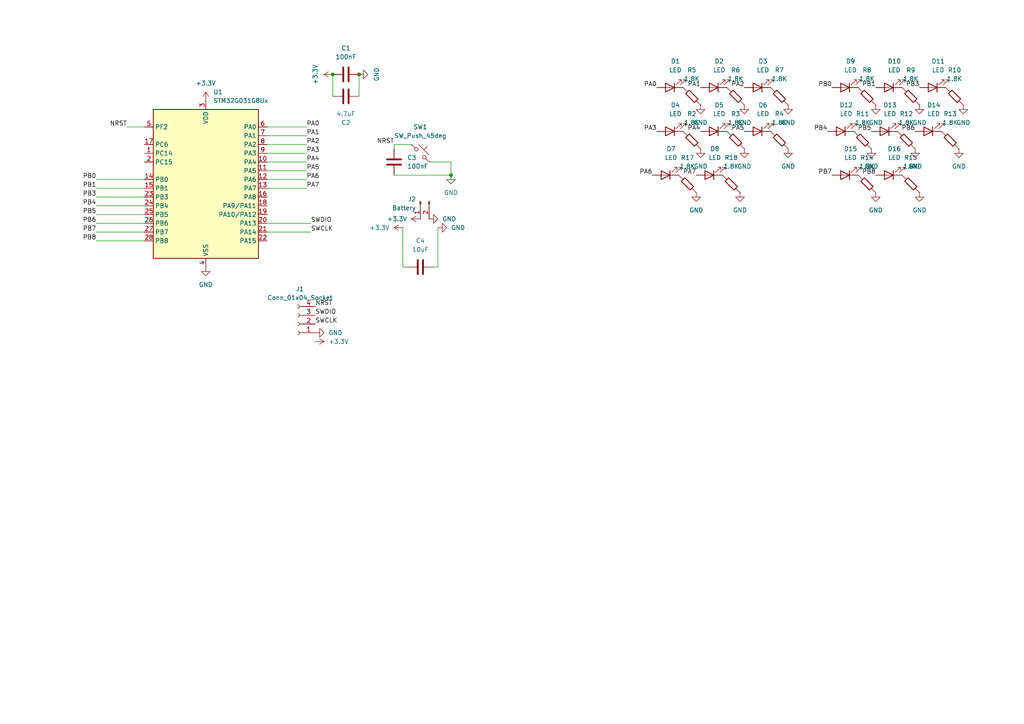
<source format=kicad_sch>
(kicad_sch (version 20250114) (generator "eeschema") (generator_version "9.0")
  (paper "A4")
  (lib_symbols
    (symbol "Connector:Conn_01x02_Pin" (pin_names (offset 1.016) (hide yes))
      (property "Reference" "J" (at 0 2.54 0))
      (property "Value" "Conn_01x02_Pin" (at 0 -5.08 0))
      (symbol "Conn_01x02_Pin_1_1"
        (rectangle (start 0.8636 0.127) (end 0 -0.127) (stroke (width 0.1524)) (fill (type outline)))
        (rectangle (start 0.8636 -2.413) (end 0 -2.667) (stroke (width 0.1524)) (fill (type outline)))
        (polyline (pts (xy 1.27 0) (xy 0.8636 0)) (stroke (width 0.1524)))
        (polyline (pts (xy 1.27 -2.54) (xy 0.8636 -2.54)) (stroke (width 0.1524)))
        (pin passive line (at 5.08 0 180) (length 3.81) (name "Pin_1") (number "1"))
        (pin passive line (at 5.08 -2.54 180) (length 3.81) (name "Pin_2") (number "2"))
      )
    )
    (symbol "Connector:Conn_01x04_Socket" (pin_names (offset 1.016) (hide yes))
      (property "Reference" "J" (at 0 5.08 0))
      (property "Value" "Conn_01x04_Socket" (at 0 -7.62 0))
      (symbol "Conn_01x04_Socket_1_1"
        (polyline (pts (xy -1.27 2.54) (xy -0.508 2.54)) (stroke (width 0.1524)))
        (polyline (pts (xy -1.27 0) (xy -0.508 0)) (stroke (width 0.1524)))
        (polyline (pts (xy -1.27 -2.54) (xy -0.508 -2.54)) (stroke (width 0.1524)))
        (polyline (pts (xy -1.27 -5.08) (xy -0.508 -5.08)) (stroke (width 0.1524)))
        (arc (start 0 2.032) (mid -0.5058 2.54) (end 0 3.048) (stroke (width 0.1524)))
        (arc (start 0 -0.508) (mid -0.5058 0) (end 0 0.508) (stroke (width 0.1524)))
        (arc (start 0 -3.048) (mid -0.5058 -2.54) (end 0 -2.032) (stroke (width 0.1524)))
        (arc (start 0 -5.588) (mid -0.5058 -5.08) (end 0 -4.572) (stroke (width 0.1524)))
        (pin passive line (at -5.08 2.54 0) (length 3.81) (name "Pin_1") (number "1"))
        (pin passive line (at -5.08 0 0) (length 3.81) (name "Pin_2") (number "2"))
        (pin passive line (at -5.08 -2.54 0) (length 3.81) (name "Pin_3") (number "3"))
        (pin passive line (at -5.08 -5.08 0) (length 3.81) (name "Pin_4") (number "4"))
      )
    )
    (symbol "Device:C" (pin_numbers (hide yes)) (pin_names (offset 0.254))
      (property "Reference" "C" (at 0.635 2.54 0))
      (property "Value" "C" (at 0.635 -2.54 0))
      (symbol "C_0_1"
        (polyline (pts (xy -2.032 0.762) (xy 2.032 0.762)) (stroke (width 0.508)))
        (polyline (pts (xy -2.032 -0.762) (xy 2.032 -0.762)) (stroke (width 0.508)))
      )
      (symbol "C_1_1"
        (pin passive line (at 0 3.81 270) (length 2.794) (name "~") (number "1"))
        (pin passive line (at 0 -3.81 90) (length 2.794) (name "~") (number "2"))
      )
    )
    (symbol "Device:LED" (pin_numbers (hide yes)) (pin_names (offset 1.016) (hide yes))
      (property "Reference" "D" (at 0 2.54 0))
      (property "Value" "LED" (at 0 -2.54 0))
      (symbol "LED_0_1"
        (polyline (pts (xy -3.048 -0.762) (xy -4.572 -2.286) (xy -3.81 -2.286) (xy -4.572 -2.286) (xy -4.572 -1.524)))
        (polyline (pts (xy -1.778 -0.762) (xy -3.302 -2.286) (xy -2.54 -2.286) (xy -3.302 -2.286) (xy -3.302 -1.524)))
        (polyline (pts (xy -1.27 0) (xy 1.27 0)))
        (polyline (pts (xy -1.27 -1.27) (xy -1.27 1.27)) (stroke (width 0.254)))
        (polyline (pts (xy 1.27 -1.27) (xy 1.27 1.27) (xy -1.27 0) (xy 1.27 -1.27)) (stroke (width 0.254)))
      )
      (symbol "LED_1_1"
        (pin passive line (at -3.81 0 0) (length 2.54) (name "K") (number "1"))
        (pin passive line (at 3.81 0 180) (length 2.54) (name "A") (number "2"))
      )
    )
    (symbol "Device:R_45deg" (pin_numbers (hide yes)) (pin_names (offset 0))
      (property "Reference" "R" (at 5.08 2.54 0))
      (property "Value" "R_45deg" (at 8.255 0.635 0))
      (symbol "R_45deg_0_1"
        (polyline (pts (xy -2.54 2.54) (xy -1.27 1.27)))
        (polyline (pts (xy 1.27 -1.27) (xy 2.54 -2.54)))
      )
      (symbol "R_45deg_1_1"
        (polyline (pts (xy -1.778 0.762) (xy 0.762 -1.778) (xy 1.778 -0.762) (xy -0.762 1.778) (xy -1.778 0.762)) (stroke (width 0.254)))
        (pin passive line (at -2.54 2.54 0) (length 0) (name "~") (number "1"))
        (pin passive line (at 2.54 -2.54 180) (length 0) (name "~") (number "2"))
      )
    )
    (symbol "MCU_ST_STM32G0:STM32G031G8Ux"
      (property "Reference" "U" (at -15.24 24.13 0))
      (property "Value" "STM32G031G8Ux" (at 2.54 24.13 0))
      (symbol "STM32G031G8Ux_0_1"
        (rectangle (start -15.24 -20.32) (end 15.24 22.86) (stroke (width 0.254)) (fill (type background)))
      )
      (symbol "STM32G031G8Ux_1_1"
        (pin bidirectional line (at -17.78 17.78 0) (length 2.54) (name "PF2") (number "5"))
        (pin bidirectional line (at -17.78 12.7 0) (length 2.54) (name "PC6") (number "17"))
        (pin bidirectional line (at -17.78 10.16 0) (length 2.54) (name "PC14") (number "1"))
        (pin bidirectional line (at -17.78 7.62 0) (length 2.54) (name "PC15") (number "2"))
        (pin bidirectional line (at -17.78 2.54 0) (length 2.54) (name "PB0") (number "14"))
        (pin bidirectional line (at -17.78 0 0) (length 2.54) (name "PB1") (number "15"))
        (pin bidirectional line (at -17.78 -2.54 0) (length 2.54) (name "PB3") (number "23"))
        (pin bidirectional line (at -17.78 -5.08 0) (length 2.54) (name "PB4") (number "24"))
        (pin bidirectional line (at -17.78 -7.62 0) (length 2.54) (name "PB5") (number "25"))
        (pin bidirectional line (at -17.78 -10.16 0) (length 2.54) (name "PB6") (number "26"))
        (pin bidirectional line (at -17.78 -12.7 0) (length 2.54) (name "PB7") (number "27"))
        (pin bidirectional line (at -17.78 -15.24 0) (length 2.54) (name "PB8") (number "28"))
        (pin power_in line (at 0 25.4 270) (length 2.54) (name "VDD") (number "3"))
        (pin power_in line (at 0 -22.86 90) (length 2.54) (name "VSS") (number "4"))
        (pin bidirectional line (at 17.78 17.78 180) (length 2.54) (name "PA0") (number "6"))
        (pin bidirectional line (at 17.78 15.24 180) (length 2.54) (name "PA1") (number "7"))
        (pin bidirectional line (at 17.78 12.7 180) (length 2.54) (name "PA2") (number "8"))
        (pin bidirectional line (at 17.78 10.16 180) (length 2.54) (name "PA3") (number "9"))
        (pin bidirectional line (at 17.78 7.62 180) (length 2.54) (name "PA4") (number "10"))
        (pin bidirectional line (at 17.78 5.08 180) (length 2.54) (name "PA5") (number "11"))
        (pin bidirectional line (at 17.78 2.54 180) (length 2.54) (name "PA6") (number "12"))
        (pin bidirectional line (at 17.78 0 180) (length 2.54) (name "PA7") (number "13"))
        (pin bidirectional line (at 17.78 -2.54 180) (length 2.54) (name "PA8") (number "16"))
        (pin bidirectional line (at 17.78 -5.08 180) (length 2.54) (name "PA9/PA11") (number "18"))
        (pin bidirectional line (at 17.78 -7.62 180) (length 2.54) (name "PA10/PA12") (number "19"))
        (pin bidirectional line (at 17.78 -10.16 180) (length 2.54) (name "PA13") (number "20"))
        (pin bidirectional line (at 17.78 -12.7 180) (length 2.54) (name "PA14") (number "21"))
        (pin bidirectional line (at 17.78 -15.24 180) (length 2.54) (name "PA15") (number "22"))
      )
    )
    (symbol "Switch:SW_Push_45deg" (pin_numbers (hide yes)) (pin_names (offset 1.016) (hide yes))
      (property "Reference" "SW" (at 3.048 1.016 0))
      (property "Value" "SW_Push_45deg" (at 0 -3.81 0))
      (symbol "SW_Push_45deg_0_1"
        (polyline (pts (xy -2.54 2.54) (xy -1.524 1.524) (xy -1.524 1.524)))
        (circle (center -1.1684 1.1684) (radius 0.508))
        (polyline (pts (xy -0.508 2.54) (xy 2.54 -0.508)))
        (polyline (pts (xy 1.016 1.016) (xy 2.032 2.032)))
        (circle (center 1.143 -1.1938) (radius 0.508))
        (polyline (pts (xy 1.524 -1.524) (xy 2.54 -2.54) (xy 2.54 -2.54) (xy 2.54 -2.54)))
        (pin passive line (at -2.54 2.54 0) (length 0) (name "1") (number "1"))
        (pin passive line (at 2.54 -2.54 180) (length 0) (name "2") (number "2"))
      )
    )
    (symbol "power:+3.3V" (power) (pin_numbers (hide yes)) (pin_names (offset 0) (hide yes))
      (property "Value" "+3.3V" (at 0 3.556 0))
      (symbol "+3.3V_0_1"
        (polyline (pts (xy -0.762 1.27) (xy 0 2.54)))
        (polyline (pts (xy 0 2.54) (xy 0.762 1.27)))
        (polyline (pts (xy 0 0) (xy 0 2.54)))
      )
      (symbol "+3.3V_1_1"
        (pin power_in line (at 0 0 90) (length 0) (name "~") (number "1"))
      )
    )
    (symbol "power:GND" (power) (pin_numbers (hide yes)) (pin_names (offset 0) (hide yes))
      (property "Value" "GND" (at 0 -3.81 0))
      (symbol "GND_0_1"
        (polyline (pts (xy 0 0) (xy 0 -1.27) (xy 1.27 -1.27) (xy 0 -2.54) (xy -1.27 -1.27) (xy 0 -1.27)))
      )
      (symbol "GND_1_1"
        (pin power_in line (at 0 0 270) (length 0) (name "~") (number "1"))
      )
    )
  )
  (junction (at 104.14 21.59))
  (junction (at 130.81 50.8))
  (junction (at 96.52 21.59))
  (wire (pts (xy 130.81 46.99) (xy 124.46 46.99)))
  (wire (pts (xy 90.17 67.31) (xy 77.47 67.31)))
  (wire (pts (xy 88.9 39.37) (xy 77.47 39.37)))
  (wire (pts (xy 88.9 54.61) (xy 77.47 54.61)))
  (wire (pts (xy 114.3 43.18) (xy 114.3 41.91)))
  (wire (pts (xy 27.94 67.31) (xy 41.91 67.31)))
  (wire (pts (xy 88.9 44.45) (xy 77.47 44.45)))
  (wire (pts (xy 88.9 52.07) (xy 77.47 52.07)))
  (wire (pts (xy 130.81 50.8) (xy 130.81 46.99)))
  (wire (pts (xy 27.94 64.77) (xy 41.91 64.77)))
  (wire (pts (xy 104.14 21.59) (xy 104.14 27.94)))
  (wire (pts (xy 27.94 52.07) (xy 41.91 52.07)))
  (wire (pts (xy 88.9 49.53) (xy 77.47 49.53)))
  (wire (pts (xy 88.9 46.99) (xy 77.47 46.99)))
  (wire (pts (xy 114.3 50.8) (xy 130.81 50.8)))
  (wire (pts (xy 90.17 64.77) (xy 77.47 64.77)))
  (wire (pts (xy 27.94 54.61) (xy 41.91 54.61)))
  (wire (pts (xy 116.84 66.04) (xy 116.84 77.47)))
  (wire (pts (xy 116.84 77.47) (xy 118.11 77.47)))
  (wire (pts (xy 127 66.04) (xy 127 77.47)))
  (wire (pts (xy 27.94 69.85) (xy 41.91 69.85)))
  (wire (pts (xy 88.9 36.83) (xy 77.47 36.83)))
  (wire (pts (xy 36.83 36.83) (xy 41.91 36.83)))
  (wire (pts (xy 27.94 62.23) (xy 41.91 62.23)))
  (wire (pts (xy 96.52 21.59) (xy 96.52 27.94)))
  (wire (pts (xy 27.94 59.69) (xy 41.91 59.69)))
  (wire (pts (xy 127 77.47) (xy 125.73 77.47)))
  (wire (pts (xy 27.94 57.15) (xy 41.91 57.15)))
  (wire (pts (xy 114.3 41.91) (xy 119.38 41.91)))
  (wire (pts (xy 88.9 41.91) (xy 77.47 41.91)))
  (label "PB4" (at 240.03 38.1 180))
  (label "PB8" (at 254 50.8 180))
  (label "PB1" (at 27.94 54.61 180))
  (label "PB3" (at 27.94 57.15 180))
  (label "PA2" (at 215.9 25.4 180))
  (label "PA0" (at 88.9 36.83 0))
  (label "PA1" (at 203.2 25.4 180))
  (label "SWDIO" (at 91.44 91.44 0))
  (label "PB6" (at 265.43 38.1 180))
  (label "PA1" (at 88.9 39.37 0))
  (label "PA2" (at 88.9 41.91 0))
  (label "PA7" (at 88.9 54.61 0))
  (label "PA3" (at 190.5 38.1 180))
  (label "PA0" (at 190.5 25.4 180))
  (label "NRST" (at 36.83 36.83 180))
  (label "PB3" (at 266.7 25.4 180))
  (label "SWCLK" (at 90.17 67.31 0))
  (label "PB7" (at 241.3 50.8 180))
  (label "PB0" (at 27.94 52.07 180))
  (label "PB8" (at 27.94 69.85 180))
  (label "SWCLK" (at 91.44 93.98 0))
  (label "PA7" (at 201.93 50.8 180))
  (label "PB5" (at 27.94 62.23 180))
  (label "PA5" (at 215.9 38.1 180))
  (label "SWDIO" (at 90.17 64.77 0))
  (label "PA6" (at 189.23 50.8 180))
  (label "PB1" (at 254 25.4 180))
  (label "PB6" (at 27.94 64.77 180))
  (label "PA4" (at 88.9 46.99 0))
  (label "PB4" (at 27.94 59.69 180))
  (label "PA4" (at 203.2 38.1 180))
  (label "PA3" (at 88.9 44.45 0))
  (label "NRST" (at 114.3 41.91 180))
  (label "PB0" (at 241.3 25.4 180))
  (label "PA5" (at 88.9 49.53 0))
  (label "PA6" (at 88.9 52.07 0))
  (label "NRST" (at 91.44 88.9 0))
  (label "PB5" (at 252.73 38.1 180))
  (label "PB7" (at 27.94 67.31 180))
  (symbol (lib_id "Device:LED") (at 193.04 50.8 180) (unit 1)
    (property "Reference" "D7" (at 194.6275 43.18 0))
    (property "Value" "LED" (at 194.6275 45.72 0))
    (property "Footprint" "LED_SMD:LED_0603_1608Metric" (effects (hide yes)))
    (property "Description" "Light emitting diode" (effects (hide yes)))
    (property "Sim.Pins" "1=K 2=A" (effects (hide yes)))
  )
  (symbol (lib_id "power:GND") (at 252.73 43.18 0) (unit 1)
    (property "Reference" "#PWR018" (effects (hide yes)))
    (property "Value" "GND" (at 252.73 48.26 0))
    (property "Description" "Power symbol creates a global label with name \"GND\" , ground" (effects (hide yes)))
  )
  (symbol (lib_id "power:GND") (at 104.14 21.59 90) (unit 1)
    (property "Reference" "#PWR04" (effects (hide yes)))
    (property "Value" "GND" (at 109.22 21.59 0))
    (property "Description" "Power symbol creates a global label with name \"GND\" , ground" (effects (hide yes)))
  )
  (symbol (lib_id "Device:LED") (at 245.11 25.4 180) (unit 1)
    (property "Reference" "D9" (at 246.6975 17.78 0))
    (property "Value" "LED" (at 246.6975 20.32 0))
    (property "Footprint" "LED_SMD:LED_0603_1608Metric" (effects (hide yes)))
    (property "Description" "Light emitting diode" (effects (hide yes)))
    (property "Sim.Pins" "1=K 2=A" (effects (hide yes)))
  )
  (symbol (lib_id "power:GND") (at 266.7 30.48 0) (unit 1)
    (property "Reference" "#PWR016" (effects (hide yes)))
    (property "Value" "GND" (at 266.7 35.56 0))
    (property "Description" "Power symbol creates a global label with name \"GND\" , ground" (effects (hide yes)))
  )
  (symbol (lib_id "MCU_ST_STM32G0:STM32G031G8Ux") (at 59.69 54.61 0) (unit 1)
    (property "Reference" "U1" (at 61.8333 26.67 0) (effects (justify left)))
    (property "Value" "STM32G031G8Ux" (at 61.8333 29.21 0) (effects (justify left)))
    (property "Footprint" "Package_DFN_QFN:QFN-28_4x4mm_P0.5mm" (effects (hide yes)))
    (property "Datasheet" "https://www.st.com/resource/en/datasheet/stm32g031g8.pdf" (effects (hide yes)))
    (property "Description" "STMicroelectronics Arm Cortex-M0+ MCU, 64KB flash, 8KB RAM, 64 MHz, 1.7-3.6V, 26 GPIO, UFQFPN28" (effects (hide yes)))
  )
  (symbol (lib_id "Device:R_45deg") (at 250.19 40.64 0) (unit 1)
    (property "Reference" "R11" (at 250.19 33.02 0))
    (property "Value" "1.8K" (at 250.19 35.56 0))
    (property "Footprint" "Resistor_SMD:R_0402_1005Metric" (effects (hide yes)))
    (property "Description" "Resistor, rotated by 45°" (effects (hide yes)))
  )
  (symbol (lib_id "Device:R_45deg") (at 199.39 53.34 0) (unit 1)
    (property "Reference" "R17" (at 199.39 45.72 0))
    (property "Value" "1.8K" (at 199.39 48.26 0))
    (property "Footprint" "Resistor_SMD:R_0402_1005Metric" (effects (hide yes)))
    (property "Description" "Resistor, rotated by 45°" (effects (hide yes)))
  )
  (symbol (lib_id "Device:R_45deg") (at 264.16 53.34 0) (unit 1)
    (property "Reference" "R15" (at 264.16 45.72 0))
    (property "Value" "1.8K" (at 264.16 48.26 0))
    (property "Footprint" "Resistor_SMD:R_0402_1005Metric" (effects (hide yes)))
    (property "Description" "Resistor, rotated by 45°" (effects (hide yes)))
  )
  (symbol (lib_id "power:GND") (at 91.44 96.52 90) (unit 1)
    (property "Reference" "#PWR023" (effects (hide yes)))
    (property "Value" "GND" (at 95.25 96.5199 90) (effects (justify right)))
    (property "Description" "Power symbol creates a global label with name \"GND\" , ground" (effects (hide yes)))
  )
  (symbol (lib_id "power:GND") (at 124.46 63.5 90) (unit 1)
    (property "Reference" "#PWR027" (effects (hide yes)))
    (property "Value" "GND" (at 128.27 63.4999 90) (effects (justify right)))
    (property "Description" "Power symbol creates a global label with name \"GND\" , ground" (effects (hide yes)))
  )
  (symbol (lib_id "power:+3.3V") (at 91.44 99.06 270) (unit 1)
    (property "Reference" "#PWR026" (effects (hide yes)))
    (property "Value" "+3.3V" (at 95.25 99.0599 90) (effects (justify left)))
    (property "Description" "Power symbol creates a global label with name \"+3.3V\"" (effects (hide yes)))
  )
  (symbol (lib_id "Device:LED") (at 205.74 50.8 180) (unit 1)
    (property "Reference" "D8" (at 207.3275 43.18 0))
    (property "Value" "LED" (at 207.3275 45.72 0))
    (property "Footprint" "LED_SMD:LED_0603_1608Metric" (effects (hide yes)))
    (property "Description" "Light emitting diode" (effects (hide yes)))
    (property "Sim.Pins" "1=K 2=A" (effects (hide yes)))
  )
  (symbol (lib_id "Device:R_45deg") (at 200.66 40.64 0) (unit 1)
    (property "Reference" "R2" (at 200.66 33.02 0))
    (property "Value" "1.8K" (at 200.66 35.56 0))
    (property "Footprint" "Resistor_SMD:R_0402_1005Metric" (effects (hide yes)))
    (property "Description" "Resistor, rotated by 45°" (effects (hide yes)))
  )
  (symbol (lib_id "power:GND") (at 130.81 50.8 0) (unit 1)
    (property "Reference" "#PWR05" (effects (hide yes)))
    (property "Value" "GND" (at 130.81 55.88 0))
    (property "Description" "Power symbol creates a global label with name \"GND\" , ground" (effects (hide yes)))
  )
  (symbol (lib_id "Device:LED") (at 219.71 25.4 180) (unit 1)
    (property "Reference" "D3" (at 221.2975 17.78 0))
    (property "Value" "LED" (at 221.2975 20.32 0))
    (property "Footprint" "LED_SMD:LED_0603_1608Metric" (effects (hide yes)))
    (property "Description" "Light emitting diode" (effects (hide yes)))
    (property "Sim.Pins" "1=K 2=A" (effects (hide yes)))
  )
  (symbol (lib_id "power:GND") (at 203.2 43.18 0) (unit 1)
    (property "Reference" "#PWR09" (effects (hide yes)))
    (property "Value" "GND" (at 203.2 48.26 0))
    (property "Description" "Power symbol creates a global label with name \"GND\" , ground" (effects (hide yes)))
  )
  (symbol (lib_id "Device:R_45deg") (at 226.06 27.94 0) (unit 1)
    (property "Reference" "R7" (at 226.06 20.32 0))
    (property "Value" "1.8K" (at 226.06 22.86 0))
    (property "Footprint" "Resistor_SMD:R_0402_1005Metric" (effects (hide yes)))
    (property "Description" "Resistor, rotated by 45°" (effects (hide yes)))
  )
  (symbol (lib_id "Device:LED") (at 257.81 50.8 180) (unit 1)
    (property "Reference" "D16" (at 259.3975 43.18 0))
    (property "Value" "LED" (at 259.3975 45.72 0))
    (property "Footprint" "LED_SMD:LED_0603_1608Metric" (effects (hide yes)))
    (property "Description" "Light emitting diode" (effects (hide yes)))
    (property "Sim.Pins" "1=K 2=A" (effects (hide yes)))
  )
  (symbol (lib_id "Device:C") (at 100.33 27.94 90) (mirror x) (unit 1)
    (property "Reference" "C2" (at 100.33 35.56 90))
    (property "Value" "4.7uF" (at 100.33 33.02 90))
    (property "Footprint" "Capacitor_SMD:C_0805_2012Metric" (effects (hide yes)))
    (property "Description" "Unpolarized capacitor" (effects (hide yes)))
  )
  (symbol (lib_id "Device:R_45deg") (at 200.66 27.94 0) (unit 1)
    (property "Reference" "R5" (at 200.66 20.32 0))
    (property "Value" "1.8K" (at 200.66 22.86 0))
    (property "Footprint" "Resistor_SMD:R_0402_1005Metric" (effects (hide yes)))
    (property "Description" "Resistor, rotated by 45°" (effects (hide yes)))
  )
  (symbol (lib_id "Device:C") (at 114.3 46.99 180) (unit 1)
    (property "Reference" "C3" (at 118.11 45.7199 0) (effects (justify right)))
    (property "Value" "100nF" (at 118.11 48.2599 0) (effects (justify right)))
    (property "Footprint" "Capacitor_SMD:C_0603_1608Metric" (effects (hide yes)))
    (property "Description" "Unpolarized capacitor" (effects (hide yes)))
  )
  (symbol (lib_id "power:GND") (at 254 30.48 0) (unit 1)
    (property "Reference" "#PWR015" (effects (hide yes)))
    (property "Value" "GND" (at 254 35.56 0))
    (property "Description" "Power symbol creates a global label with name \"GND\" , ground" (effects (hide yes)))
  )
  (symbol (lib_id "power:GND") (at 127 66.04 90) (unit 1)
    (property "Reference" "#PWR07" (effects (hide yes)))
    (property "Value" "GND" (at 130.81 66.0399 90) (effects (justify right)))
    (property "Description" "Power symbol creates a global label with name \"GND\" , ground" (effects (hide yes)))
  )
  (symbol (lib_id "power:+3.3V") (at 121.92 63.5 90) (unit 1)
    (property "Reference" "#PWR028" (effects (hide yes)))
    (property "Value" "+3.3V" (at 118.11 63.4999 90) (effects (justify left)))
    (property "Description" "Power symbol creates a global label with name \"+3.3V\"" (effects (hide yes)))
  )
  (symbol (lib_id "Device:LED") (at 243.84 38.1 180) (unit 1)
    (property "Reference" "D12" (at 245.4275 30.48 0))
    (property "Value" "LED" (at 245.4275 33.02 0))
    (property "Footprint" "LED_SMD:LED_0603_1608Metric" (effects (hide yes)))
    (property "Description" "Light emitting diode" (effects (hide yes)))
    (property "Sim.Pins" "1=K 2=A" (effects (hide yes)))
  )
  (symbol (lib_id "Device:C") (at 100.33 21.59 90) (unit 1)
    (property "Reference" "C1" (at 100.33 13.97 90))
    (property "Value" "100nF" (at 100.33 16.51 90))
    (property "Footprint" "Capacitor_SMD:C_0603_1608Metric" (effects (hide yes)))
    (property "Description" "Unpolarized capacitor" (effects (hide yes)))
  )
  (symbol (lib_id "Device:R_45deg") (at 251.46 27.94 0) (unit 1)
    (property "Reference" "R8" (at 251.46 20.32 0))
    (property "Value" "1.8K" (at 251.46 22.86 0))
    (property "Footprint" "Resistor_SMD:R_0402_1005Metric" (effects (hide yes)))
    (property "Description" "Resistor, rotated by 45°" (effects (hide yes)))
  )
  (symbol (lib_id "power:GND") (at 228.6 43.18 0) (unit 1)
    (property "Reference" "#PWR011" (effects (hide yes)))
    (property "Value" "GND" (at 228.6 48.26 0))
    (property "Description" "Power symbol creates a global label with name \"GND\" , ground" (effects (hide yes)))
  )
  (symbol (lib_id "power:GND") (at 214.63 55.88 0) (unit 1)
    (property "Reference" "#PWR025" (effects (hide yes)))
    (property "Value" "GND" (at 214.63 60.96 0))
    (property "Description" "Power symbol creates a global label with name \"GND\" , ground" (effects (hide yes)))
  )
  (symbol (lib_id "power:GND") (at 279.4 30.48 0) (unit 1)
    (property "Reference" "#PWR017" (effects (hide yes)))
    (property "Value" "GND" (at 279.4 35.56 0))
    (property "Description" "Power symbol creates a global label with name \"GND\" , ground" (effects (hide yes)))
  )
  (symbol (lib_id "Device:LED") (at 257.81 25.4 180) (unit 1)
    (property "Reference" "D10" (at 259.3975 17.78 0))
    (property "Value" "LED" (at 259.3975 20.32 0))
    (property "Footprint" "LED_SMD:LED_0603_1608Metric" (effects (hide yes)))
    (property "Description" "Light emitting diode" (effects (hide yes)))
    (property "Sim.Pins" "1=K 2=A" (effects (hide yes)))
  )
  (symbol (lib_id "Device:LED") (at 269.24 38.1 180) (unit 1)
    (property "Reference" "D14" (at 270.8275 30.48 0))
    (property "Value" "LED" (at 270.8275 33.02 0))
    (property "Footprint" "LED_SMD:LED_0603_1608Metric" (effects (hide yes)))
    (property "Description" "Light emitting diode" (effects (hide yes)))
    (property "Sim.Pins" "1=K 2=A" (effects (hide yes)))
  )
  (symbol (lib_id "Switch:SW_Push_45deg") (at 121.92 44.45 0) (unit 1)
    (property "Reference" "SW1" (at 121.92 36.83 0))
    (property "Value" "SW_Push_45deg" (at 121.92 39.37 0))
    (property "Footprint" "Button_Switch_SMD:SW_Push_SPST_NO_Alps_SKRK" (effects (hide yes)))
    (property "Description" "Push button switch, normally open, two pins, 45° tilted" (effects (hide yes)))
  )
  (symbol (lib_id "Device:R_45deg") (at 251.46 53.34 0) (unit 1)
    (property "Reference" "R14" (at 251.46 45.72 0))
    (property "Value" "1.8K" (at 251.46 48.26 0))
    (property "Footprint" "Resistor_SMD:R_0402_1005Metric" (effects (hide yes)))
    (property "Description" "Resistor, rotated by 45°" (effects (hide yes)))
  )
  (symbol (lib_id "Device:R_45deg") (at 276.86 27.94 0) (unit 1)
    (property "Reference" "R10" (at 276.86 20.32 0))
    (property "Value" "1.8K" (at 276.86 22.86 0))
    (property "Footprint" "Resistor_SMD:R_0402_1005Metric" (effects (hide yes)))
    (property "Description" "Resistor, rotated by 45°" (effects (hide yes)))
  )
  (symbol (lib_id "power:GND") (at 266.7 55.88 0) (unit 1)
    (property "Reference" "#PWR022" (effects (hide yes)))
    (property "Value" "GND" (at 266.7 60.96 0))
    (property "Description" "Power symbol creates a global label with name \"GND\" , ground" (effects (hide yes)))
  )
  (symbol (lib_id "power:GND") (at 215.9 43.18 0) (unit 1)
    (property "Reference" "#PWR010" (effects (hide yes)))
    (property "Value" "GND" (at 215.9 48.26 0))
    (property "Description" "Power symbol creates a global label with name \"GND\" , ground" (effects (hide yes)))
  )
  (symbol (lib_id "Connector:Conn_01x04_Socket") (at 86.36 93.98 180) (unit 1)
    (property "Reference" "J1" (at 86.995 83.82 0))
    (property "Value" "Conn_01x04_Socket" (at 86.995 86.36 0))
    (property "Footprint" "Connector_PinSocket_1.27mm:PinSocket_2x02_P1.27mm_Vertical_SMD" (effects (hide yes)))
    (property "Description" "Generic connector, single row, 01x04, script generated" (effects (hide yes)))
  )
  (symbol (lib_id "Device:LED") (at 194.31 38.1 180) (unit 1)
    (property "Reference" "D4" (at 195.8975 30.48 0))
    (property "Value" "LED" (at 195.8975 33.02 0))
    (property "Footprint" "LED_SMD:LED_0603_1608Metric" (effects (hide yes)))
    (property "Description" "Light emitting diode" (effects (hide yes)))
    (property "Sim.Pins" "1=K 2=A" (effects (hide yes)))
  )
  (symbol (lib_id "Device:LED") (at 207.01 25.4 180) (unit 1)
    (property "Reference" "D2" (at 208.5975 17.78 0))
    (property "Value" "LED" (at 208.5975 20.32 0))
    (property "Footprint" "LED_SMD:LED_0603_1608Metric" (effects (hide yes)))
    (property "Description" "Light emitting diode" (effects (hide yes)))
    (property "Sim.Pins" "1=K 2=A" (effects (hide yes)))
  )
  (symbol (lib_id "power:GND") (at 201.93 55.88 0) (unit 1)
    (property "Reference" "#PWR024" (effects (hide yes)))
    (property "Value" "GND" (at 201.93 60.96 0))
    (property "Description" "Power symbol creates a global label with name \"GND\" , ground" (effects (hide yes)))
  )
  (symbol (lib_id "Device:LED") (at 245.11 50.8 180) (unit 1)
    (property "Reference" "D15" (at 246.6975 43.18 0))
    (property "Value" "LED" (at 246.6975 45.72 0))
    (property "Footprint" "LED_SMD:LED_0603_1608Metric" (effects (hide yes)))
    (property "Description" "Light emitting diode" (effects (hide yes)))
    (property "Sim.Pins" "1=K 2=A" (effects (hide yes)))
  )
  (symbol (lib_id "power:GND") (at 215.9 30.48 0) (unit 1)
    (property "Reference" "#PWR013" (effects (hide yes)))
    (property "Value" "GND" (at 215.9 35.56 0))
    (property "Description" "Power symbol creates a global label with name \"GND\" , ground" (effects (hide yes)))
  )
  (symbol (lib_id "power:GND") (at 59.69 77.47 0) (unit 1)
    (property "Reference" "#PWR02" (effects (hide yes)))
    (property "Value" "GND" (at 59.69 82.55 0))
    (property "Description" "Power symbol creates a global label with name \"GND\" , ground" (effects (hide yes)))
  )
  (symbol (lib_id "power:GND") (at 254 55.88 0) (unit 1)
    (property "Reference" "#PWR021" (effects (hide yes)))
    (property "Value" "GND" (at 254 60.96 0))
    (property "Description" "Power symbol creates a global label with name \"GND\" , ground" (effects (hide yes)))
  )
  (symbol (lib_id "Device:LED") (at 219.71 38.1 180) (unit 1)
    (property "Reference" "D6" (at 221.2975 30.48 0))
    (property "Value" "LED" (at 221.2975 33.02 0))
    (property "Footprint" "LED_SMD:LED_0603_1608Metric" (effects (hide yes)))
    (property "Description" "Light emitting diode" (effects (hide yes)))
    (property "Sim.Pins" "1=K 2=A" (effects (hide yes)))
  )
  (symbol (lib_id "power:GND") (at 265.43 43.18 0) (unit 1)
    (property "Reference" "#PWR019" (effects (hide yes)))
    (property "Value" "GND" (at 265.43 48.26 0))
    (property "Description" "Power symbol creates a global label with name \"GND\" , ground" (effects (hide yes)))
  )
  (symbol (lib_id "power:GND") (at 203.2 30.48 0) (unit 1)
    (property "Reference" "#PWR012" (effects (hide yes)))
    (property "Value" "GND" (at 203.2 35.56 0))
    (property "Description" "Power symbol creates a global label with name \"GND\" , ground" (effects (hide yes)))
  )
  (symbol (lib_id "power:+3.3V") (at 96.52 21.59 90) (unit 1)
    (property "Reference" "#PWR03" (effects (hide yes)))
    (property "Value" "+3.3V" (at 91.44 21.59 0))
    (property "Description" "Power symbol creates a global label with name \"+3.3V\"" (effects (hide yes)))
  )
  (symbol (lib_id "Device:LED") (at 207.01 38.1 180) (unit 1)
    (property "Reference" "D5" (at 208.5975 30.48 0))
    (property "Value" "LED" (at 208.5975 33.02 0))
    (property "Footprint" "LED_SMD:LED_0603_1608Metric" (effects (hide yes)))
    (property "Description" "Light emitting diode" (effects (hide yes)))
    (property "Sim.Pins" "1=K 2=A" (effects (hide yes)))
  )
  (symbol (lib_id "Device:R_45deg") (at 262.89 40.64 0) (unit 1)
    (property "Reference" "R12" (at 262.89 33.02 0))
    (property "Value" "1.8K" (at 262.89 35.56 0))
    (property "Footprint" "Resistor_SMD:R_0402_1005Metric" (effects (hide yes)))
    (property "Description" "Resistor, rotated by 45°" (effects (hide yes)))
  )
  (symbol (lib_id "Device:R_45deg") (at 213.36 27.94 0) (unit 1)
    (property "Reference" "R6" (at 213.36 20.32 0))
    (property "Value" "1.8K" (at 213.36 22.86 0))
    (property "Footprint" "Resistor_SMD:R_0402_1005Metric" (effects (hide yes)))
    (property "Description" "Resistor, rotated by 45°" (effects (hide yes)))
  )
  (symbol (lib_id "Device:R_45deg") (at 212.09 53.34 0) (unit 1)
    (property "Reference" "R18" (at 212.09 45.72 0))
    (property "Value" "1.8K" (at 212.09 48.26 0))
    (property "Footprint" "Resistor_SMD:R_0402_1005Metric" (effects (hide yes)))
    (property "Description" "Resistor, rotated by 45°" (effects (hide yes)))
  )
  (symbol (lib_id "Device:C") (at 121.92 77.47 270) (unit 1)
    (property "Reference" "C4" (at 121.92 69.85 90))
    (property "Value" "10uF" (at 121.92 72.39 90))
    (property "Footprint" "Capacitor_SMD:C_0805_2012Metric" (effects (hide yes)))
    (property "Description" "Unpolarized capacitor" (effects (hide yes)))
  )
  (symbol (lib_id "Device:R_45deg") (at 264.16 27.94 0) (unit 1)
    (property "Reference" "R9" (at 264.16 20.32 0))
    (property "Value" "1.8K" (at 264.16 22.86 0))
    (property "Footprint" "Resistor_SMD:R_0402_1005Metric" (effects (hide yes)))
    (property "Description" "Resistor, rotated by 45°" (effects (hide yes)))
  )
  (symbol (lib_id "power:GND") (at 278.13 43.18 0) (unit 1)
    (property "Reference" "#PWR020" (effects (hide yes)))
    (property "Value" "GND" (at 278.13 48.26 0))
    (property "Description" "Power symbol creates a global label with name \"GND\" , ground" (effects (hide yes)))
  )
  (symbol (lib_id "Connector:Conn_01x02_Pin") (at 121.92 58.42 90) (mirror x) (unit 1)
    (property "Reference" "J2" (at 120.65 57.7849 90) (effects (justify left)))
    (property "Value" "Battery" (at 120.65 60.3249 90) (effects (justify left)))
    (property "Footprint" "Connector_PinHeader_1.00mm:PinHeader_1x02_P1.00mm_Vertical_SMD_Pin1Right" (effects (hide yes)))
    (property "Description" "Generic connector, single row, 01x02, script generated" (effects (hide yes)))
  )
  (symbol (lib_id "Device:R_45deg") (at 226.06 40.64 0) (unit 1)
    (property "Reference" "R4" (at 226.06 33.02 0))
    (property "Value" "1.8K" (at 226.06 35.56 0))
    (property "Footprint" "Resistor_SMD:R_0402_1005Metric" (effects (hide yes)))
    (property "Description" "Resistor, rotated by 45°" (effects (hide yes)))
  )
  (symbol (lib_id "power:+3.3V") (at 59.69 29.21 0) (unit 1)
    (property "Reference" "#PWR01" (effects (hide yes)))
    (property "Value" "+3.3V" (at 59.69 24.13 0))
    (property "Description" "Power symbol creates a global label with name \"+3.3V\"" (effects (hide yes)))
  )
  (symbol (lib_id "Device:R_45deg") (at 213.36 40.64 0) (unit 1)
    (property "Reference" "R3" (at 213.36 33.02 0))
    (property "Value" "1.8K" (at 213.36 35.56 0))
    (property "Footprint" "Resistor_SMD:R_0402_1005Metric" (effects (hide yes)))
    (property "Description" "Resistor, rotated by 45°" (effects (hide yes)))
  )
  (symbol (lib_id "power:GND") (at 228.6 30.48 0) (unit 1)
    (property "Reference" "#PWR014" (effects (hide yes)))
    (property "Value" "GND" (at 228.6 35.56 0))
    (property "Description" "Power symbol creates a global label with name \"GND\" , ground" (effects (hide yes)))
  )
  (symbol (lib_id "power:+3.3V") (at 116.84 66.04 90) (unit 1)
    (property "Reference" "#PWR06" (effects (hide yes)))
    (property "Value" "+3.3V" (at 113.03 66.0399 90) (effects (justify left)))
    (property "Description" "Power symbol creates a global label with name \"+3.3V\"" (effects (hide yes)))
  )
  (symbol (lib_id "Device:R_45deg") (at 275.59 40.64 0) (unit 1)
    (property "Reference" "R13" (at 275.59 33.02 0))
    (property "Value" "1.8K" (at 275.59 35.56 0))
    (property "Footprint" "Resistor_SMD:R_0402_1005Metric" (effects (hide yes)))
    (property "Description" "Resistor, rotated by 45°" (effects (hide yes)))
  )
  (symbol (lib_id "Device:LED") (at 194.31 25.4 180) (unit 1)
    (property "Reference" "D1" (at 195.8975 17.78 0))
    (property "Value" "LED" (at 195.8975 20.32 0))
    (property "Footprint" "LED_SMD:LED_0603_1608Metric" (effects (hide yes)))
    (property "Description" "Light emitting diode" (effects (hide yes)))
    (property "Sim.Pins" "1=K 2=A" (effects (hide yes)))
  )
  (symbol (lib_id "Device:LED") (at 256.54 38.1 180) (unit 1)
    (property "Reference" "D13" (at 258.1275 30.48 0))
    (property "Value" "LED" (at 258.1275 33.02 0))
    (property "Footprint" "LED_SMD:LED_0603_1608Metric" (effects (hide yes)))
    (property "Description" "Light emitting diode" (effects (hide yes)))
    (property "Sim.Pins" "1=K 2=A" (effects (hide yes)))
  )
  (symbol (lib_id "Device:LED") (at 270.51 25.4 180) (unit 1)
    (property "Reference" "D11" (at 272.0975 17.78 0))
    (property "Value" "LED" (at 272.0975 20.32 0))
    (property "Footprint" "LED_SMD:LED_0603_1608Metric" (effects (hide yes)))
    (property "Description" "Light emitting diode" (effects (hide yes)))
    (property "Sim.Pins" "1=K 2=A" (effects (hide yes)))
  )
)
</source>
